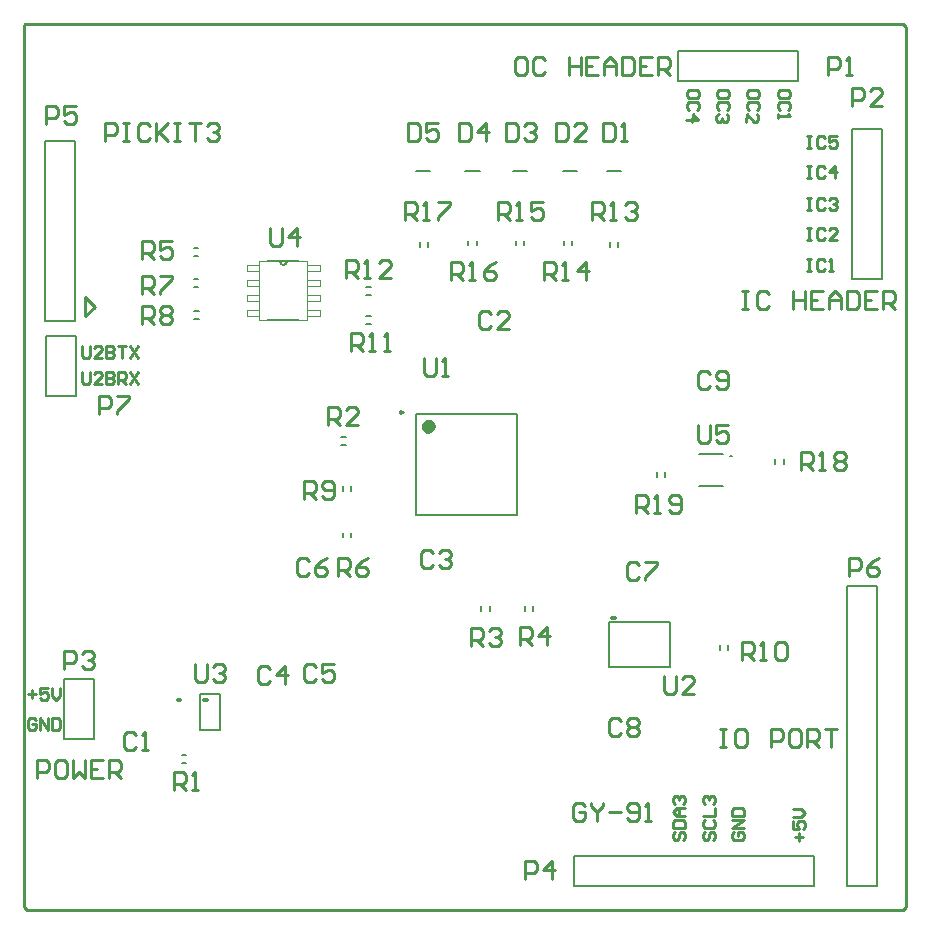
<source format=gto>
G04*
G04 #@! TF.GenerationSoftware,Altium Limited,Altium Designer,18.1.7 (191)*
G04*
G04 Layer_Color=65535*
%FSLAX25Y25*%
%MOIN*%
G70*
G01*
G75*
%ADD10C,0.00787*%
%ADD11C,0.00984*%
%ADD12C,0.02362*%
%ADD13C,0.01181*%
%ADD14C,0.01200*%
%ADD15C,0.00600*%
%ADD16C,0.00500*%
%ADD17C,0.01000*%
%ADD18C,0.00000*%
D10*
X336216Y250756D02*
X335429D01*
X336216D01*
X311122Y244004D02*
Y245579D01*
X313878Y244004D02*
Y245579D01*
X353378Y248394D02*
Y249969D01*
X350622Y248394D02*
Y249969D01*
X294480Y345957D02*
X299205D01*
X279638D02*
X284362D01*
X263138D02*
X267862D01*
X247256Y346000D02*
X251980D01*
X230638Y345957D02*
X235362D01*
X107500Y291000D02*
X117500D01*
Y271000D02*
Y291000D01*
X107500Y271000D02*
X117500D01*
X107500D02*
Y291000D01*
X205760Y254622D02*
X207335D01*
X205760Y257378D02*
X207335D01*
X123500Y156500D02*
Y176500D01*
X113500D02*
X123500D01*
X113500Y156500D02*
Y176500D01*
Y156500D02*
X123500D01*
X374500Y115000D02*
Y207500D01*
Y107500D02*
Y115000D01*
Y107500D02*
X384500D01*
Y207500D01*
X374500D02*
X384500D01*
X230917Y231346D02*
Y264811D01*
X264382Y231346D02*
Y264811D01*
X230917D02*
X264382D01*
X230917Y231346D02*
X264382D01*
X295465Y320713D02*
Y322287D01*
X298220Y320713D02*
Y322287D01*
X280122Y321165D02*
Y322740D01*
X282878Y321165D02*
Y322740D01*
X264122Y321165D02*
Y322740D01*
X266878Y321165D02*
Y322740D01*
X248240Y321165D02*
Y322740D01*
X250996Y321165D02*
Y322740D01*
X232098Y320713D02*
Y322287D01*
X234854Y320713D02*
Y322287D01*
X283500Y107500D02*
X363500D01*
Y117500D01*
X283500D02*
X363500D01*
X283500Y107500D02*
Y117500D01*
X376000Y360000D02*
X386000D01*
Y310000D02*
Y360000D01*
X376000Y310000D02*
Y360000D01*
Y310000D02*
X386000D01*
X318000Y376000D02*
Y386000D01*
X358000D01*
X318000Y376000D02*
X358000D01*
Y386000D01*
X107000Y355870D02*
X117000D01*
X107000Y295870D02*
X117000D01*
X107000D02*
Y355870D01*
X117000Y295870D02*
Y355870D01*
X269878Y199260D02*
Y200835D01*
X267122Y199260D02*
Y200835D01*
X255378Y199220D02*
Y200795D01*
X252622Y199220D02*
Y200795D01*
X152665Y148622D02*
X154240D01*
X152665Y151378D02*
X154240D01*
X332122Y186228D02*
Y187803D01*
X334878Y186228D02*
Y187803D01*
X206394Y239213D02*
Y240787D01*
X209150Y239213D02*
Y240787D01*
X206394Y223760D02*
Y225335D01*
X209150Y223760D02*
Y225335D01*
X214260Y304622D02*
X215835D01*
X214260Y307378D02*
X215835D01*
X214260Y294822D02*
X215835D01*
X214260Y297578D02*
X215835D01*
X156760Y296476D02*
X158335D01*
X156760Y299232D02*
X158335D01*
X156665Y307122D02*
X158240D01*
X156665Y309878D02*
X158240D01*
X156713Y317622D02*
X158287D01*
X156713Y320378D02*
X158287D01*
D11*
X226291Y265598D02*
X225553Y266025D01*
Y265172D01*
X226291Y265598D01*
D12*
X236035Y260874D02*
X235591Y261797D01*
X234592Y262025D01*
X233790Y261386D01*
Y260362D01*
X234592Y259722D01*
X235591Y259951D01*
X236035Y260874D01*
D13*
X152201Y169461D02*
X151413D01*
X152201D01*
X161043Y169524D02*
X160256D01*
X161043D01*
D14*
X297039Y197055D02*
X296252D01*
X297039D01*
D15*
X185300Y315800D02*
X185652Y314951D01*
X186500Y314600D01*
X187348Y314951D01*
X187700Y315800D01*
X181100D02*
X185300D01*
X187700D01*
X191900D01*
X181100Y296200D02*
X191900D01*
D16*
X325213Y251543D02*
X333087D01*
X325213Y240913D02*
X333087D01*
X158654Y159650D02*
X165346D01*
X158654Y171461D02*
X165346D01*
X295071Y195480D02*
X315543D01*
Y180520D02*
Y195480D01*
X295071Y180520D02*
X315543D01*
X295071D02*
Y195480D01*
X165346Y159650D02*
Y171461D01*
X158654Y159650D02*
X165346D01*
X158654D02*
Y171461D01*
X165346D01*
D17*
X120500Y303835D02*
X123628Y300706D01*
X120500Y297578D02*
X123628Y300706D01*
X120500Y297578D02*
Y303835D01*
X119500Y278999D02*
Y275666D01*
X120167Y275000D01*
X121499D01*
X122166Y275666D01*
Y278999D01*
X126164Y275000D02*
X123499D01*
X126164Y277666D01*
Y278332D01*
X125498Y278999D01*
X124165D01*
X123499Y278332D01*
X127497Y278999D02*
Y275000D01*
X129497D01*
X130163Y275666D01*
Y276333D01*
X129497Y276999D01*
X127497D01*
X129497D01*
X130163Y277666D01*
Y278332D01*
X129497Y278999D01*
X127497D01*
X131496Y275000D02*
Y278999D01*
X133495D01*
X134162Y278332D01*
Y276999D01*
X133495Y276333D01*
X131496D01*
X132829D02*
X134162Y275000D01*
X135495Y278999D02*
X138161Y275000D01*
Y278999D02*
X135495Y275000D01*
X119500Y287499D02*
Y284166D01*
X120167Y283500D01*
X121499D01*
X122166Y284166D01*
Y287499D01*
X126164Y283500D02*
X123499D01*
X126164Y286166D01*
Y286832D01*
X125498Y287499D01*
X124165D01*
X123499Y286832D01*
X127497Y287499D02*
Y283500D01*
X129497D01*
X130163Y284166D01*
Y284833D01*
X129497Y285499D01*
X127497D01*
X129497D01*
X130163Y286166D01*
Y286832D01*
X129497Y287499D01*
X127497D01*
X131496D02*
X134162D01*
X132829D01*
Y283500D01*
X135495Y287499D02*
X138161Y283500D01*
Y287499D02*
X135495Y283500D01*
X101500Y171523D02*
X104166D01*
X102833Y172856D02*
Y170190D01*
X108165Y173522D02*
X105499D01*
Y171523D01*
X106832Y172189D01*
X107498D01*
X108165Y171523D01*
Y170190D01*
X107498Y169524D01*
X106165D01*
X105499Y170190D01*
X109497Y173522D02*
Y170856D01*
X110830Y169524D01*
X112163Y170856D01*
Y173522D01*
X104166Y162982D02*
X103499Y163648D01*
X102166D01*
X101500Y162982D01*
Y160316D01*
X102166Y159650D01*
X103499D01*
X104166Y160316D01*
Y161649D01*
X102833D01*
X105499Y159650D02*
Y163648D01*
X108165Y159650D01*
Y163648D01*
X109497D02*
Y159650D01*
X111497D01*
X112163Y160316D01*
Y162982D01*
X111497Y163648D01*
X109497D01*
X317168Y125666D02*
X316501Y124999D01*
Y123667D01*
X317168Y123000D01*
X317834D01*
X318501Y123667D01*
Y124999D01*
X319167Y125666D01*
X319834D01*
X320500Y124999D01*
Y123667D01*
X319834Y123000D01*
X316501Y126999D02*
X320500D01*
Y128998D01*
X319834Y129665D01*
X317168D01*
X316501Y128998D01*
Y126999D01*
X320500Y130997D02*
X317834D01*
X316501Y132330D01*
X317834Y133663D01*
X320500D01*
X318501D01*
Y130997D01*
X317168Y134996D02*
X316501Y135663D01*
Y136995D01*
X317168Y137662D01*
X317834D01*
X318501Y136995D01*
Y136329D01*
Y136995D01*
X319167Y137662D01*
X319834D01*
X320500Y136995D01*
Y135663D01*
X319834Y134996D01*
X327168Y125666D02*
X326501Y124999D01*
Y123667D01*
X327168Y123000D01*
X327834D01*
X328501Y123667D01*
Y124999D01*
X329167Y125666D01*
X329834D01*
X330500Y124999D01*
Y123667D01*
X329834Y123000D01*
X327168Y129665D02*
X326501Y128998D01*
Y127665D01*
X327168Y126999D01*
X329834D01*
X330500Y127665D01*
Y128998D01*
X329834Y129665D01*
X326501Y130997D02*
X330500D01*
Y133663D01*
X327168Y134996D02*
X326501Y135663D01*
Y136995D01*
X327168Y137662D01*
X327834D01*
X328501Y136995D01*
Y136329D01*
Y136995D01*
X329167Y137662D01*
X329834D01*
X330500Y136995D01*
Y135663D01*
X329834Y134996D01*
X336668Y125666D02*
X336001Y124999D01*
Y123667D01*
X336668Y123000D01*
X339334D01*
X340000Y123667D01*
Y124999D01*
X339334Y125666D01*
X338001D01*
Y124333D01*
X340000Y126999D02*
X336001D01*
X340000Y129665D01*
X336001D01*
Y130997D02*
X340000D01*
Y132997D01*
X339334Y133663D01*
X336668D01*
X336001Y132997D01*
Y130997D01*
X358501Y122500D02*
Y125166D01*
X357168Y123833D02*
X359834D01*
X356501Y129165D02*
Y126499D01*
X358501D01*
X357834Y127832D01*
Y128498D01*
X358501Y129165D01*
X359834D01*
X360500Y128498D01*
Y127165D01*
X359834Y126499D01*
X356501Y130497D02*
X359167D01*
X360500Y131830D01*
X359167Y133163D01*
X356501D01*
X324988Y370980D02*
X324995Y372313D01*
X324332Y372983D01*
X321666Y372996D01*
X320996Y372334D01*
X320989Y371001D01*
X321653Y370331D01*
X324318Y370317D01*
X324988Y370980D01*
X324297Y366318D02*
X324967Y366981D01*
X324974Y368314D01*
X324311Y368984D01*
X321645Y368998D01*
X320975Y368335D01*
X320969Y367002D01*
X321632Y366332D01*
X320948Y363003D02*
X324946Y362982D01*
X322957Y364992D01*
X322943Y362326D01*
X334988Y370980D02*
X334995Y372313D01*
X334332Y372983D01*
X331666Y372996D01*
X330996Y372334D01*
X330990Y371001D01*
X331652Y370331D01*
X334318Y370317D01*
X334988Y370980D01*
X334297Y366318D02*
X334967Y366981D01*
X334974Y368314D01*
X334311Y368984D01*
X331645Y368998D01*
X330976Y368335D01*
X330968Y367002D01*
X331631Y366332D01*
X334290Y364985D02*
X334953Y364315D01*
X334946Y362982D01*
X334276Y362319D01*
X333610Y362323D01*
X332947Y362993D01*
X332950Y363659D01*
X332947Y362993D01*
X332277Y362330D01*
X331610Y362333D01*
X330948Y363003D01*
X330955Y364336D01*
X331625Y364999D01*
X344988Y370980D02*
X344995Y372313D01*
X344332Y372983D01*
X341666Y372996D01*
X340997Y372334D01*
X340989Y371001D01*
X341652Y370331D01*
X344318Y370317D01*
X344988Y370980D01*
X344297Y366318D02*
X344967Y366981D01*
X344974Y368314D01*
X344311Y368984D01*
X341646Y368998D01*
X340975Y368335D01*
X340968Y367002D01*
X341632Y366332D01*
X340944Y362337D02*
X340958Y365003D01*
X343610Y362323D01*
X344276Y362319D01*
X344946Y362982D01*
X344953Y364315D01*
X344290Y364985D01*
X355488Y370980D02*
X355495Y372313D01*
X354832Y372983D01*
X352166Y372996D01*
X351497Y372334D01*
X351489Y371001D01*
X352152Y370331D01*
X354818Y370317D01*
X355488Y370980D01*
X354797Y366318D02*
X355467Y366981D01*
X355474Y368314D01*
X354811Y368984D01*
X352146Y368998D01*
X351476Y368335D01*
X351468Y367002D01*
X352132Y366332D01*
X351458Y365003D02*
X351451Y363670D01*
X351455Y364336D01*
X355453Y364315D01*
X354790Y364985D01*
X361071Y316699D02*
X362404D01*
X361737D01*
Y312700D01*
X361071D01*
X362404D01*
X367069Y316032D02*
X366402Y316699D01*
X365070D01*
X364403Y316032D01*
Y313366D01*
X365070Y312700D01*
X366402D01*
X367069Y313366D01*
X368402Y312700D02*
X369735D01*
X369068D01*
Y316699D01*
X368402Y316032D01*
X361071Y326999D02*
X362404D01*
X361737D01*
Y323000D01*
X361071D01*
X362404D01*
X367069Y326332D02*
X366402Y326999D01*
X365070D01*
X364403Y326332D01*
Y323666D01*
X365070Y323000D01*
X366402D01*
X367069Y323666D01*
X371068Y323000D02*
X368402D01*
X371068Y325666D01*
Y326332D01*
X370401Y326999D01*
X369068D01*
X368402Y326332D01*
X361071Y336999D02*
X362404D01*
X361737D01*
Y333000D01*
X361071D01*
X362404D01*
X367069Y336332D02*
X366402Y336999D01*
X365070D01*
X364403Y336332D01*
Y333666D01*
X365070Y333000D01*
X366402D01*
X367069Y333666D01*
X368402Y336332D02*
X369068Y336999D01*
X370401D01*
X371068Y336332D01*
Y335666D01*
X370401Y334999D01*
X369735D01*
X370401D01*
X371068Y334333D01*
Y333666D01*
X370401Y333000D01*
X369068D01*
X368402Y333666D01*
X361071Y347499D02*
X362404D01*
X361737D01*
Y343500D01*
X361071D01*
X362404D01*
X367069Y346832D02*
X366402Y347499D01*
X365070D01*
X364403Y346832D01*
Y344166D01*
X365070Y343500D01*
X366402D01*
X367069Y344166D01*
X370401Y343500D02*
Y347499D01*
X368402Y345499D01*
X371068D01*
X361071Y357499D02*
X362404D01*
X361737D01*
Y353500D01*
X361071D01*
X362404D01*
X367069Y356832D02*
X366402Y357499D01*
X365070D01*
X364403Y356832D01*
Y354166D01*
X365070Y353500D01*
X366402D01*
X367069Y354166D01*
X371068Y357499D02*
X368402D01*
Y355499D01*
X369735Y356166D01*
X370401D01*
X371068Y355499D01*
Y354166D01*
X370401Y353500D01*
X369068D01*
X368402Y354166D01*
X127000Y356000D02*
Y361998D01*
X129999D01*
X130999Y360998D01*
Y358999D01*
X129999Y357999D01*
X127000D01*
X132998Y361998D02*
X134997D01*
X133998D01*
Y356000D01*
X132998D01*
X134997D01*
X141995Y360998D02*
X140996Y361998D01*
X138996D01*
X137996Y360998D01*
Y357000D01*
X138996Y356000D01*
X140996D01*
X141995Y357000D01*
X143994Y361998D02*
Y356000D01*
Y357999D01*
X147993Y361998D01*
X144994Y358999D01*
X147993Y356000D01*
X149993Y361998D02*
X151992D01*
X150992D01*
Y356000D01*
X149993D01*
X151992D01*
X154991Y361998D02*
X158990D01*
X156990D01*
Y356000D01*
X160989Y360998D02*
X161989Y361998D01*
X163988D01*
X164988Y360998D01*
Y359999D01*
X163988Y358999D01*
X162988D01*
X163988D01*
X164988Y357999D01*
Y357000D01*
X163988Y356000D01*
X161989D01*
X160989Y357000D01*
X104500Y143500D02*
Y149498D01*
X107499D01*
X108499Y148498D01*
Y146499D01*
X107499Y145499D01*
X104500D01*
X113497Y149498D02*
X111498D01*
X110498Y148498D01*
Y144500D01*
X111498Y143500D01*
X113497D01*
X114497Y144500D01*
Y148498D01*
X113497Y149498D01*
X116496D02*
Y143500D01*
X118496Y145499D01*
X120495Y143500D01*
Y149498D01*
X126493D02*
X122494D01*
Y143500D01*
X126493D01*
X122494Y146499D02*
X124494D01*
X128492Y143500D02*
Y149498D01*
X131491D01*
X132491Y148498D01*
Y146499D01*
X131491Y145499D01*
X128492D01*
X130492D02*
X132491Y143500D01*
X286999Y134367D02*
X285999Y135366D01*
X284000D01*
X283000Y134367D01*
Y130368D01*
X284000Y129368D01*
X285999D01*
X286999Y130368D01*
Y132367D01*
X284999D01*
X288998Y135366D02*
Y134367D01*
X290997Y132367D01*
X292997Y134367D01*
Y135366D01*
X290997Y132367D02*
Y129368D01*
X294996Y132367D02*
X298995D01*
X300994Y130368D02*
X301994Y129368D01*
X303993D01*
X304993Y130368D01*
Y134367D01*
X303993Y135366D01*
X301994D01*
X300994Y134367D01*
Y133367D01*
X301994Y132367D01*
X304993D01*
X306992Y129368D02*
X308992D01*
X307992D01*
Y135366D01*
X306992Y134367D01*
X332000Y159998D02*
X333999D01*
X333000D01*
Y154000D01*
X332000D01*
X333999D01*
X339997Y159998D02*
X337998D01*
X336998Y158998D01*
Y155000D01*
X337998Y154000D01*
X339997D01*
X340997Y155000D01*
Y158998D01*
X339997Y159998D01*
X348994Y154000D02*
Y159998D01*
X351993D01*
X352993Y158998D01*
Y156999D01*
X351993Y155999D01*
X348994D01*
X357992Y159998D02*
X355992D01*
X354993Y158998D01*
Y155000D01*
X355992Y154000D01*
X357992D01*
X358991Y155000D01*
Y158998D01*
X357992Y159998D01*
X360991Y154000D02*
Y159998D01*
X363990D01*
X364989Y158998D01*
Y156999D01*
X363990Y155999D01*
X360991D01*
X362990D02*
X364989Y154000D01*
X366989Y159998D02*
X370987D01*
X368988D01*
Y154000D01*
X339500Y305998D02*
X341499D01*
X340500D01*
Y300000D01*
X339500D01*
X341499D01*
X348497Y304998D02*
X347497Y305998D01*
X345498D01*
X344498Y304998D01*
Y301000D01*
X345498Y300000D01*
X347497D01*
X348497Y301000D01*
X356494Y305998D02*
Y300000D01*
Y302999D01*
X360493D01*
Y305998D01*
Y300000D01*
X366491Y305998D02*
X362493D01*
Y300000D01*
X366491D01*
X362493Y302999D02*
X364492D01*
X368491Y300000D02*
Y303999D01*
X370490Y305998D01*
X372489Y303999D01*
Y300000D01*
Y302999D01*
X368491D01*
X374489Y305998D02*
Y300000D01*
X377488D01*
X378487Y301000D01*
Y304998D01*
X377488Y305998D01*
X374489D01*
X384485D02*
X380487D01*
Y300000D01*
X384485D01*
X380487Y302999D02*
X382486D01*
X386485Y300000D02*
Y305998D01*
X389484D01*
X390483Y304998D01*
Y302999D01*
X389484Y301999D01*
X386485D01*
X388484D02*
X390483Y300000D01*
X266629Y383998D02*
X264630D01*
X263630Y382998D01*
Y379000D01*
X264630Y378000D01*
X266629D01*
X267629Y379000D01*
Y382998D01*
X266629Y383998D01*
X273627Y382998D02*
X272627Y383998D01*
X270628D01*
X269628Y382998D01*
Y379000D01*
X270628Y378000D01*
X272627D01*
X273627Y379000D01*
X281624Y383998D02*
Y378000D01*
Y380999D01*
X285623D01*
Y383998D01*
Y378000D01*
X291621Y383998D02*
X287622D01*
Y378000D01*
X291621D01*
X287622Y380999D02*
X289622D01*
X293620Y378000D02*
Y381999D01*
X295620Y383998D01*
X297619Y381999D01*
Y378000D01*
Y380999D01*
X293620D01*
X299618Y383998D02*
Y378000D01*
X302617D01*
X303617Y379000D01*
Y382998D01*
X302617Y383998D01*
X299618D01*
X309615D02*
X305616D01*
Y378000D01*
X309615D01*
X305616Y380999D02*
X307616D01*
X311614Y378000D02*
Y383998D01*
X314614D01*
X315613Y382998D01*
Y380999D01*
X314614Y379999D01*
X311614D01*
X313614D02*
X315613Y378000D01*
X324900Y261276D02*
Y256278D01*
X325899Y255278D01*
X327899D01*
X328898Y256278D01*
Y261276D01*
X334896D02*
X330898D01*
Y258277D01*
X332897Y259277D01*
X333897D01*
X334896Y258277D01*
Y256278D01*
X333897Y255278D01*
X331897D01*
X330898Y256278D01*
X304000Y232000D02*
Y237998D01*
X306999D01*
X307999Y236998D01*
Y234999D01*
X306999Y233999D01*
X304000D01*
X305999D02*
X307999Y232000D01*
X309998D02*
X311997D01*
X310998D01*
Y237998D01*
X309998Y236998D01*
X314996Y233000D02*
X315996Y232000D01*
X317996D01*
X318995Y233000D01*
Y236998D01*
X317996Y237998D01*
X315996D01*
X314996Y236998D01*
Y235999D01*
X315996Y234999D01*
X318995D01*
X359139Y246228D02*
Y252226D01*
X362138D01*
X363137Y251227D01*
Y249227D01*
X362138Y248228D01*
X359139D01*
X361138D02*
X363137Y246228D01*
X365137D02*
X367136D01*
X366136D01*
Y252226D01*
X365137Y251227D01*
X370135D02*
X371135Y252226D01*
X373134D01*
X374134Y251227D01*
Y250227D01*
X373134Y249227D01*
X374134Y248228D01*
Y247228D01*
X373134Y246228D01*
X371135D01*
X370135Y247228D01*
Y248228D01*
X371135Y249227D01*
X370135Y250227D01*
Y251227D01*
X371135Y249227D02*
X373134D01*
X328923Y278348D02*
X327923Y279348D01*
X325924D01*
X324924Y278348D01*
Y274350D01*
X325924Y273350D01*
X327923D01*
X328923Y274350D01*
X330922D02*
X331922Y273350D01*
X333921D01*
X334921Y274350D01*
Y278348D01*
X333921Y279348D01*
X331922D01*
X330922Y278348D01*
Y277349D01*
X331922Y276349D01*
X334921D01*
X125000Y265000D02*
Y270998D01*
X127999D01*
X128999Y269998D01*
Y267999D01*
X127999Y266999D01*
X125000D01*
X130998Y270998D02*
X134997D01*
Y269998D01*
X130998Y266000D01*
Y265000D01*
X375150Y210850D02*
Y216848D01*
X378149D01*
X379149Y215848D01*
Y213849D01*
X378149Y212849D01*
X375150D01*
X385147Y216848D02*
X383147Y215848D01*
X381148Y213849D01*
Y211850D01*
X382148Y210850D01*
X384147D01*
X385147Y211850D01*
Y212849D01*
X384147Y213849D01*
X381148D01*
X227000Y329450D02*
Y335448D01*
X229999D01*
X230999Y334448D01*
Y332449D01*
X229999Y331449D01*
X227000D01*
X228999D02*
X230999Y329450D01*
X232998D02*
X234997D01*
X233998D01*
Y335448D01*
X232998Y334448D01*
X237996Y335448D02*
X241995D01*
Y334448D01*
X237996Y330450D01*
Y329450D01*
X242500Y309500D02*
Y315498D01*
X245499D01*
X246499Y314498D01*
Y312499D01*
X245499Y311499D01*
X242500D01*
X244499D02*
X246499Y309500D01*
X248498D02*
X250497D01*
X249498D01*
Y315498D01*
X248498Y314498D01*
X257495Y315498D02*
X255496Y314498D01*
X253496Y312499D01*
Y310500D01*
X254496Y309500D01*
X256495D01*
X257495Y310500D01*
Y311499D01*
X256495Y312499D01*
X253496D01*
X258000Y329450D02*
Y335448D01*
X260999D01*
X261999Y334448D01*
Y332449D01*
X260999Y331449D01*
X258000D01*
X259999D02*
X261999Y329450D01*
X263998D02*
X265997D01*
X264998D01*
Y335448D01*
X263998Y334448D01*
X272995Y335448D02*
X268996D01*
Y332449D01*
X270996Y333449D01*
X271995D01*
X272995Y332449D01*
Y330450D01*
X271995Y329450D01*
X269996D01*
X268996Y330450D01*
X273500Y309500D02*
Y315498D01*
X276499D01*
X277499Y314498D01*
Y312499D01*
X276499Y311499D01*
X273500D01*
X275499D02*
X277499Y309500D01*
X279498D02*
X281497D01*
X280498D01*
Y315498D01*
X279498Y314498D01*
X287495Y309500D02*
Y315498D01*
X284496Y312499D01*
X288495D01*
X289500Y329450D02*
Y335448D01*
X292499D01*
X293499Y334448D01*
Y332449D01*
X292499Y331449D01*
X289500D01*
X291499D02*
X293499Y329450D01*
X295498D02*
X297497D01*
X296498D01*
Y335448D01*
X295498Y334448D01*
X300496D02*
X301496Y335448D01*
X303496D01*
X304495Y334448D01*
Y333449D01*
X303496Y332449D01*
X302496D01*
X303496D01*
X304495Y331449D01*
Y330450D01*
X303496Y329450D01*
X301496D01*
X300496Y330450D01*
X227965Y362030D02*
Y356031D01*
X230964D01*
X231963Y357031D01*
Y361030D01*
X230964Y362030D01*
X227965D01*
X237961D02*
X233963D01*
Y359031D01*
X235962Y360030D01*
X236962D01*
X237961Y359031D01*
Y357031D01*
X236962Y356031D01*
X234962D01*
X233963Y357031D01*
X245000Y362030D02*
Y356031D01*
X247999D01*
X248999Y357031D01*
Y361030D01*
X247999Y362030D01*
X245000D01*
X253997Y356031D02*
Y362030D01*
X250998Y359031D01*
X254997D01*
X260923Y362030D02*
Y356031D01*
X263922D01*
X264922Y357031D01*
Y361030D01*
X263922Y362030D01*
X260923D01*
X266921Y361030D02*
X267921Y362030D01*
X269920D01*
X270920Y361030D01*
Y360030D01*
X269920Y359031D01*
X268920D01*
X269920D01*
X270920Y358031D01*
Y357031D01*
X269920Y356031D01*
X267921D01*
X266921Y357031D01*
X277500Y361998D02*
Y356000D01*
X280499D01*
X281499Y357000D01*
Y360998D01*
X280499Y361998D01*
X277500D01*
X287497Y356000D02*
X283498D01*
X287497Y359999D01*
Y360998D01*
X286497Y361998D01*
X284498D01*
X283498Y360998D01*
X293000Y362030D02*
Y356031D01*
X295999D01*
X296999Y357031D01*
Y361030D01*
X295999Y362030D01*
X293000D01*
X298998Y356031D02*
X300997D01*
X299998D01*
Y362030D01*
X298998Y361030D01*
X201500Y261118D02*
Y267116D01*
X204499D01*
X205499Y266116D01*
Y264117D01*
X204499Y263118D01*
X201500D01*
X203499D02*
X205499Y261118D01*
X211497D02*
X207498D01*
X211497Y265117D01*
Y266116D01*
X210497Y267116D01*
X208498D01*
X207498Y266116D01*
X107500Y361500D02*
Y367498D01*
X110499D01*
X111499Y366498D01*
Y364499D01*
X110499Y363499D01*
X107500D01*
X117497Y367498D02*
X113498D01*
Y364499D01*
X115497Y365499D01*
X116497D01*
X117497Y364499D01*
Y362500D01*
X116497Y361500D01*
X114498D01*
X113498Y362500D01*
X207547Y310370D02*
Y316368D01*
X210546D01*
X211546Y315369D01*
Y313369D01*
X210546Y312369D01*
X207547D01*
X209547D02*
X211546Y310370D01*
X213545D02*
X215545D01*
X214545D01*
Y316368D01*
X213545Y315369D01*
X222542Y310370D02*
X218544D01*
X222542Y314369D01*
Y315369D01*
X221543Y316368D01*
X219543D01*
X218544Y315369D01*
X209047Y286000D02*
Y291998D01*
X212046D01*
X213046Y290998D01*
Y288999D01*
X212046Y287999D01*
X209047D01*
X211047D02*
X213046Y286000D01*
X215045D02*
X217045D01*
X216045D01*
Y291998D01*
X215045Y290998D01*
X220044Y286000D02*
X222043D01*
X221043D01*
Y291998D01*
X220044Y290998D01*
X182000Y326876D02*
Y321878D01*
X183000Y320878D01*
X184999D01*
X185999Y321878D01*
Y326876D01*
X190997Y320878D02*
Y326876D01*
X187998Y323877D01*
X191997D01*
X313500Y177498D02*
Y172500D01*
X314500Y171500D01*
X316499D01*
X317499Y172500D01*
Y177498D01*
X323497Y171500D02*
X319498D01*
X323497Y175499D01*
Y176498D01*
X322497Y177498D01*
X320498D01*
X319498Y176498D01*
X339500Y183000D02*
Y188998D01*
X342499D01*
X343499Y187998D01*
Y185999D01*
X342499Y184999D01*
X339500D01*
X341499D02*
X343499Y183000D01*
X345498D02*
X347497D01*
X346498D01*
Y188998D01*
X345498Y187998D01*
X350496D02*
X351496Y188998D01*
X353496D01*
X354495Y187998D01*
Y184000D01*
X353496Y183000D01*
X351496D01*
X350496Y184000D01*
Y187998D01*
X193500Y236653D02*
Y242652D01*
X196499D01*
X197499Y241652D01*
Y239653D01*
X196499Y238653D01*
X193500D01*
X195499D02*
X197499Y236653D01*
X199498Y237653D02*
X200498Y236653D01*
X202497D01*
X203497Y237653D01*
Y241652D01*
X202497Y242652D01*
X200498D01*
X199498Y241652D01*
Y240652D01*
X200498Y239653D01*
X203497D01*
X139500Y295000D02*
Y300998D01*
X142499D01*
X143499Y299998D01*
Y297999D01*
X142499Y296999D01*
X139500D01*
X141499D02*
X143499Y295000D01*
X145498Y299998D02*
X146498Y300998D01*
X148497D01*
X149497Y299998D01*
Y298999D01*
X148497Y297999D01*
X149497Y296999D01*
Y296000D01*
X148497Y295000D01*
X146498D01*
X145498Y296000D01*
Y296999D01*
X146498Y297999D01*
X145498Y298999D01*
Y299998D01*
X146498Y297999D02*
X148497D01*
X139500Y305000D02*
Y310998D01*
X142499D01*
X143499Y309998D01*
Y307999D01*
X142499Y306999D01*
X139500D01*
X141499D02*
X143499Y305000D01*
X145498Y310998D02*
X149497D01*
Y309998D01*
X145498Y306000D01*
Y305000D01*
X204917Y210894D02*
Y216892D01*
X207916D01*
X208916Y215892D01*
Y213893D01*
X207916Y212893D01*
X204917D01*
X206917D02*
X208916Y210894D01*
X214914Y216892D02*
X212915Y215892D01*
X210915Y213893D01*
Y211893D01*
X211915Y210894D01*
X213914D01*
X214914Y211893D01*
Y212893D01*
X213914Y213893D01*
X210915D01*
X139500Y316500D02*
Y322498D01*
X142499D01*
X143499Y321498D01*
Y319499D01*
X142499Y318499D01*
X139500D01*
X141499D02*
X143499Y316500D01*
X149497Y322498D02*
X145498D01*
Y319499D01*
X147497Y320499D01*
X148497D01*
X149497Y319499D01*
Y317500D01*
X148497Y316500D01*
X146498D01*
X145498Y317500D01*
X299018Y162451D02*
X298019Y163451D01*
X296019D01*
X295020Y162451D01*
Y158452D01*
X296019Y157453D01*
X298019D01*
X299018Y158452D01*
X301018Y162451D02*
X302017Y163451D01*
X304017D01*
X305016Y162451D01*
Y161451D01*
X304017Y160452D01*
X305016Y159452D01*
Y158452D01*
X304017Y157453D01*
X302017D01*
X301018Y158452D01*
Y159452D01*
X302017Y160452D01*
X301018Y161451D01*
Y162451D01*
X302017Y160452D02*
X304017D01*
X304999Y214498D02*
X303999Y215498D01*
X302000D01*
X301000Y214498D01*
Y210500D01*
X302000Y209500D01*
X303999D01*
X304999Y210500D01*
X306998Y215498D02*
X310997D01*
Y214498D01*
X306998Y210500D01*
Y209500D01*
X194999Y215998D02*
X193999Y216998D01*
X192000D01*
X191000Y215998D01*
Y212000D01*
X192000Y211000D01*
X193999D01*
X194999Y212000D01*
X200997Y216998D02*
X198997Y215998D01*
X196998Y213999D01*
Y212000D01*
X197998Y211000D01*
X199997D01*
X200997Y212000D01*
Y212999D01*
X199997Y213999D01*
X196998D01*
X265500Y188000D02*
Y193998D01*
X268499D01*
X269499Y192998D01*
Y190999D01*
X268499Y189999D01*
X265500D01*
X267499D02*
X269499Y188000D01*
X274497D02*
Y193998D01*
X271498Y190999D01*
X275497D01*
X249000Y187500D02*
Y193498D01*
X251999D01*
X252999Y192498D01*
Y190499D01*
X251999Y189499D01*
X249000D01*
X250999D02*
X252999Y187500D01*
X254998Y192498D02*
X255998Y193498D01*
X257997D01*
X258997Y192498D01*
Y191499D01*
X257997Y190499D01*
X256997D01*
X257997D01*
X258997Y189499D01*
Y188500D01*
X257997Y187500D01*
X255998D01*
X254998Y188500D01*
X267122Y110000D02*
Y115998D01*
X270121D01*
X271121Y114998D01*
Y112999D01*
X270121Y111999D01*
X267122D01*
X276119Y110000D02*
Y115998D01*
X273120Y112999D01*
X277119D01*
X157000Y181498D02*
Y176500D01*
X158000Y175500D01*
X159999D01*
X160999Y176500D01*
Y181498D01*
X162998Y180498D02*
X163998Y181498D01*
X165997D01*
X166997Y180498D01*
Y179499D01*
X165997Y178499D01*
X164997D01*
X165997D01*
X166997Y177499D01*
Y176500D01*
X165997Y175500D01*
X163998D01*
X162998Y176500D01*
X150000Y139500D02*
Y145498D01*
X152999D01*
X153999Y144498D01*
Y142499D01*
X152999Y141499D01*
X150000D01*
X151999D02*
X153999Y139500D01*
X155998D02*
X157997D01*
X156998D01*
Y145498D01*
X155998Y144498D01*
X113500Y180000D02*
Y185998D01*
X116499D01*
X117499Y184998D01*
Y182999D01*
X116499Y181999D01*
X113500D01*
X119498Y184998D02*
X120498Y185998D01*
X122497D01*
X123497Y184998D01*
Y183999D01*
X122497Y182999D01*
X121497D01*
X122497D01*
X123497Y181999D01*
Y181000D01*
X122497Y180000D01*
X120498D01*
X119498Y181000D01*
X376000Y367500D02*
Y373498D01*
X378999D01*
X379999Y372498D01*
Y370499D01*
X378999Y369499D01*
X376000D01*
X385997Y367500D02*
X381998D01*
X385997Y371499D01*
Y372498D01*
X384997Y373498D01*
X382998D01*
X381998Y372498D01*
X368000Y378000D02*
Y383998D01*
X370999D01*
X371999Y382998D01*
Y380999D01*
X370999Y379999D01*
X368000D01*
X373998Y378000D02*
X375997D01*
X374998D01*
Y383998D01*
X373998Y382998D01*
X197499Y180498D02*
X196499Y181498D01*
X194500D01*
X193500Y180498D01*
Y176500D01*
X194500Y175500D01*
X196499D01*
X197499Y176500D01*
X203497Y181498D02*
X199498D01*
Y178499D01*
X201497Y179499D01*
X202497D01*
X203497Y178499D01*
Y176500D01*
X202497Y175500D01*
X200498D01*
X199498Y176500D01*
X181999Y179998D02*
X180999Y180998D01*
X179000D01*
X178000Y179998D01*
Y176000D01*
X179000Y175000D01*
X180999D01*
X181999Y176000D01*
X186997Y175000D02*
Y180998D01*
X183998Y177999D01*
X187997D01*
X236518Y218541D02*
X235519Y219541D01*
X233519D01*
X232520Y218541D01*
Y214542D01*
X233519Y213543D01*
X235519D01*
X236518Y214542D01*
X238518Y218541D02*
X239517Y219541D01*
X241517D01*
X242516Y218541D01*
Y217541D01*
X241517Y216542D01*
X240517D01*
X241517D01*
X242516Y215542D01*
Y214542D01*
X241517Y213543D01*
X239517D01*
X238518Y214542D01*
X255796Y298348D02*
X254796Y299348D01*
X252797D01*
X251797Y298348D01*
Y294350D01*
X252797Y293350D01*
X254796D01*
X255796Y294350D01*
X261794Y293350D02*
X257795D01*
X261794Y297349D01*
Y298348D01*
X260794Y299348D01*
X258795D01*
X257795Y298348D01*
X137499Y157998D02*
X136499Y158998D01*
X134500D01*
X133500Y157998D01*
Y154000D01*
X134500Y153000D01*
X136499D01*
X137499Y154000D01*
X139498Y153000D02*
X141497D01*
X140498D01*
Y158998D01*
X139498Y157998D01*
X233309Y283498D02*
Y278500D01*
X234308Y277500D01*
X236308D01*
X237307Y278500D01*
Y283498D01*
X239307Y277500D02*
X241306D01*
X240306D01*
Y283498D01*
X239307Y282498D01*
X394000Y100500D02*
Y394000D01*
X393000Y99500D02*
X394000Y100500D01*
X101000Y99500D02*
X393000D01*
X100000Y100500D02*
X101000Y99500D01*
X100000Y100500D02*
Y394500D01*
X100500Y395000D01*
X393000D01*
X394000Y394000D01*
D18*
X185300Y315800D02*
X185652Y314951D01*
X186500Y314600D01*
X187348Y314951D01*
X187700Y315800D01*
X178600Y296200D02*
Y315800D01*
X185300D01*
X187700D01*
X194400D01*
Y296200D02*
Y315800D01*
X178600Y296200D02*
X194400D01*
Y314500D02*
X198700D01*
Y312500D02*
Y314500D01*
X194400Y312500D02*
X198700D01*
X194400D02*
Y314500D01*
Y309500D02*
X198700D01*
Y307500D02*
Y309500D01*
X194400Y307500D02*
X198700D01*
X194400D02*
Y309500D01*
Y304500D02*
X198700D01*
Y302500D02*
Y304500D01*
X194400Y302500D02*
X198700D01*
X194400D02*
Y304500D01*
Y299500D02*
X198700D01*
Y297500D02*
Y299500D01*
X194400Y297500D02*
X198700D01*
X194400D02*
Y299500D01*
X174300Y297500D02*
X178600D01*
X174300D02*
Y299500D01*
X178600D01*
Y297500D02*
Y299500D01*
X174300Y302500D02*
X178600D01*
X174300D02*
Y304500D01*
X178600D01*
Y302500D02*
Y304500D01*
X174300Y307500D02*
X178600D01*
X174300D02*
Y309500D01*
X178600D01*
Y307500D02*
Y309500D01*
X174300Y312500D02*
X178600D01*
X174300D02*
Y314500D01*
X178600D01*
Y312500D02*
Y314500D01*
M02*

</source>
